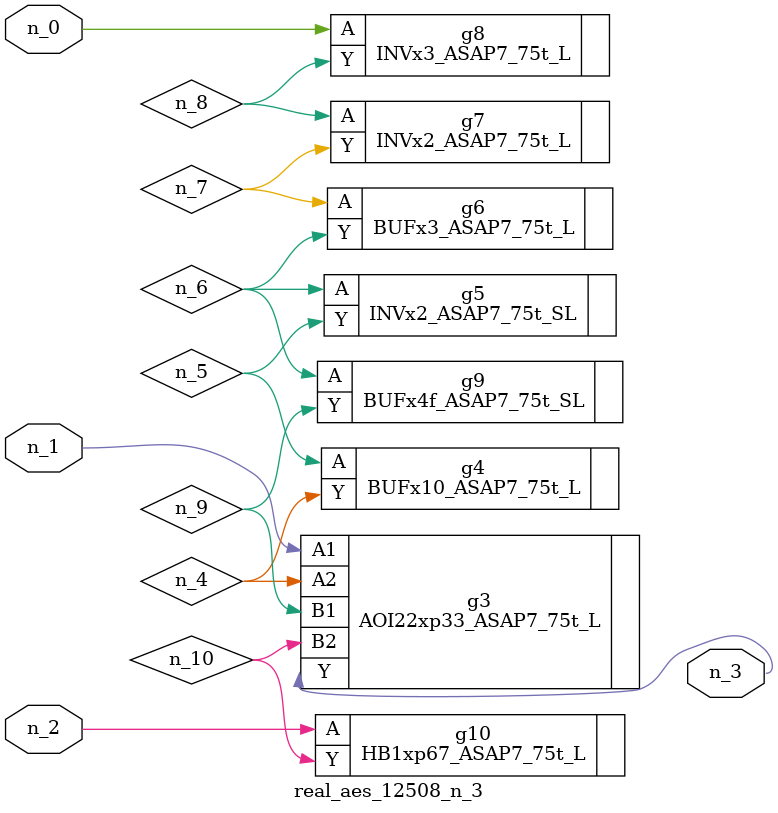
<source format=v>
module real_aes_12508_n_3 (n_0, n_2, n_1, n_3);
input n_0;
input n_2;
input n_1;
output n_3;
wire n_4;
wire n_5;
wire n_7;
wire n_9;
wire n_6;
wire n_8;
wire n_10;
INVx3_ASAP7_75t_L g8 ( .A(n_0), .Y(n_8) );
AOI22xp33_ASAP7_75t_L g3 ( .A1(n_1), .A2(n_4), .B1(n_9), .B2(n_10), .Y(n_3) );
HB1xp67_ASAP7_75t_L g10 ( .A(n_2), .Y(n_10) );
BUFx10_ASAP7_75t_L g4 ( .A(n_5), .Y(n_4) );
INVx2_ASAP7_75t_SL g5 ( .A(n_6), .Y(n_5) );
BUFx4f_ASAP7_75t_SL g9 ( .A(n_6), .Y(n_9) );
BUFx3_ASAP7_75t_L g6 ( .A(n_7), .Y(n_6) );
INVx2_ASAP7_75t_L g7 ( .A(n_8), .Y(n_7) );
endmodule
</source>
